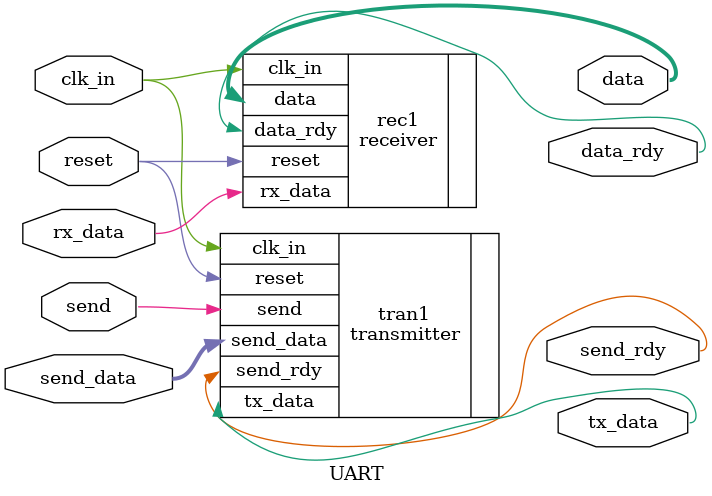
<source format=v>
`timescale 1ns / 1ps


module UART(
    input clk_in, 
    input rx_data,
    input reset,
    input send,
    input [7:0] send_data,
    output data_rdy,
    output send_rdy,
    output tx_data,
    output wire [7:0] data);


//wire clk_s;

//clk_divider div1(.clk_in(clk_in), .clk_out(clk_div));

receiver rec1(.clk_in(clk_in), .data_rdy(data_rdy), .rx_data(rx_data), .data(data), .reset(reset));

transmitter tran1(.clk_in(clk_in), .send(send), .reset(reset), .send_data(send_data), .send_rdy(send_rdy), .tx_data(tx_data));

endmodule

</source>
